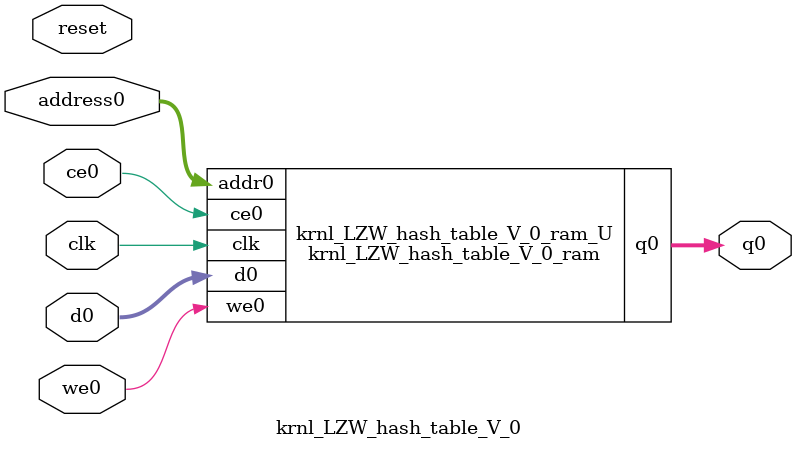
<source format=v>
`timescale 1 ns / 1 ps
module krnl_LZW_hash_table_V_0_ram (addr0, ce0, d0, we0, q0,  clk);

parameter DWIDTH = 35;
parameter AWIDTH = 15;
parameter MEM_SIZE = 32768;

input[AWIDTH-1:0] addr0;
input ce0;
input[DWIDTH-1:0] d0;
input we0;
output reg[DWIDTH-1:0] q0;
input clk;

reg [DWIDTH-1:0] ram[0:MEM_SIZE-1];




always @(posedge clk)  
begin 
    if (ce0) begin
        if (we0) 
            ram[addr0] <= d0; 
        q0 <= ram[addr0];
    end
end


endmodule

`timescale 1 ns / 1 ps
module krnl_LZW_hash_table_V_0(
    reset,
    clk,
    address0,
    ce0,
    we0,
    d0,
    q0);

parameter DataWidth = 32'd35;
parameter AddressRange = 32'd32768;
parameter AddressWidth = 32'd15;
input reset;
input clk;
input[AddressWidth - 1:0] address0;
input ce0;
input we0;
input[DataWidth - 1:0] d0;
output[DataWidth - 1:0] q0;



krnl_LZW_hash_table_V_0_ram krnl_LZW_hash_table_V_0_ram_U(
    .clk( clk ),
    .addr0( address0 ),
    .ce0( ce0 ),
    .we0( we0 ),
    .d0( d0 ),
    .q0( q0 ));

endmodule


</source>
